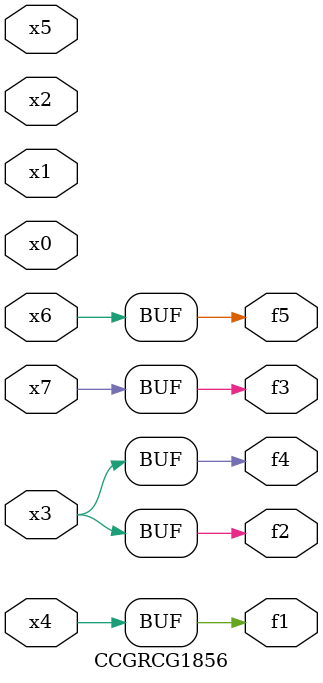
<source format=v>
module CCGRCG1856(
	input x0, x1, x2, x3, x4, x5, x6, x7,
	output f1, f2, f3, f4, f5
);
	assign f1 = x4;
	assign f2 = x3;
	assign f3 = x7;
	assign f4 = x3;
	assign f5 = x6;
endmodule

</source>
